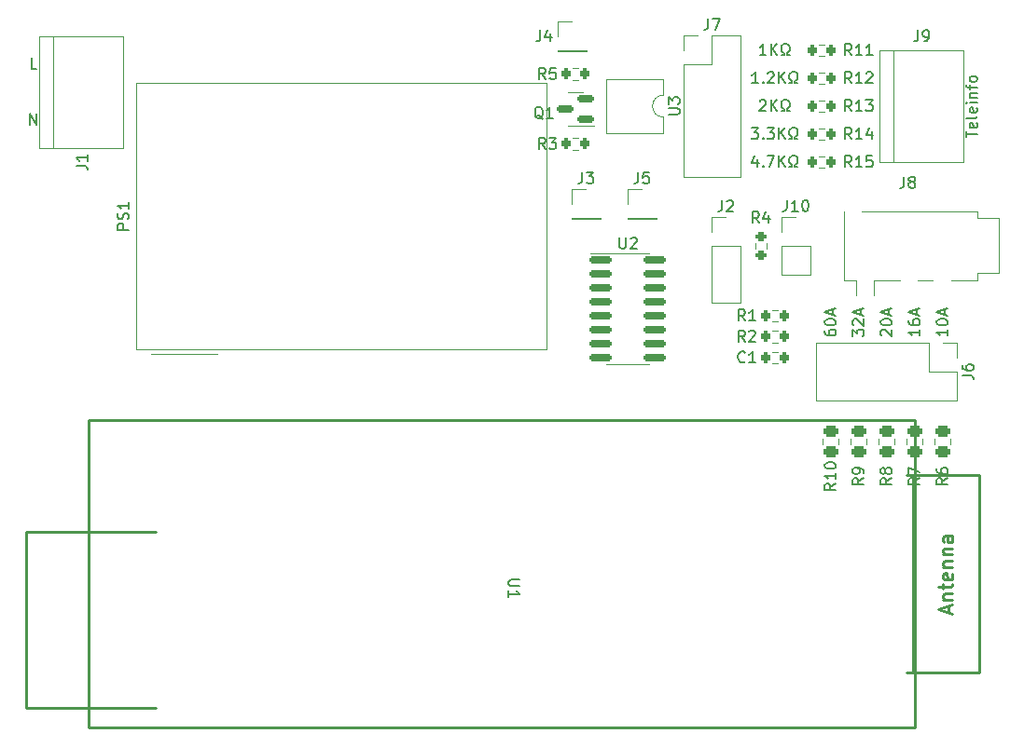
<source format=gto>
G04 #@! TF.GenerationSoftware,KiCad,Pcbnew,(6.0.0-0)*
G04 #@! TF.CreationDate,2022-10-12T14:44:47+02:00*
G04 #@! TF.ProjectId,prototype-2,70726f74-6f74-4797-9065-2d322e6b6963,rev?*
G04 #@! TF.SameCoordinates,Original*
G04 #@! TF.FileFunction,Legend,Top*
G04 #@! TF.FilePolarity,Positive*
%FSLAX46Y46*%
G04 Gerber Fmt 4.6, Leading zero omitted, Abs format (unit mm)*
G04 Created by KiCad (PCBNEW (6.0.0-0)) date 2022-10-12 14:44:47*
%MOMM*%
%LPD*%
G01*
G04 APERTURE LIST*
G04 Aperture macros list*
%AMRoundRect*
0 Rectangle with rounded corners*
0 $1 Rounding radius*
0 $2 $3 $4 $5 $6 $7 $8 $9 X,Y pos of 4 corners*
0 Add a 4 corners polygon primitive as box body*
4,1,4,$2,$3,$4,$5,$6,$7,$8,$9,$2,$3,0*
0 Add four circle primitives for the rounded corners*
1,1,$1+$1,$2,$3*
1,1,$1+$1,$4,$5*
1,1,$1+$1,$6,$7*
1,1,$1+$1,$8,$9*
0 Add four rect primitives between the rounded corners*
20,1,$1+$1,$2,$3,$4,$5,0*
20,1,$1+$1,$4,$5,$6,$7,0*
20,1,$1+$1,$6,$7,$8,$9,0*
20,1,$1+$1,$8,$9,$2,$3,0*%
G04 Aperture macros list end*
%ADD10C,0.150000*%
%ADD11C,0.254000*%
%ADD12C,0.120000*%
%ADD13RoundRect,0.250000X0.450000X-0.262500X0.450000X0.262500X-0.450000X0.262500X-0.450000X-0.262500X0*%
%ADD14R,1.700000X1.700000*%
%ADD15O,1.700000X1.700000*%
%ADD16R,1.780000X2.000000*%
%ADD17RoundRect,0.200000X0.200000X0.275000X-0.200000X0.275000X-0.200000X-0.275000X0.200000X-0.275000X0*%
%ADD18R,1.778000X1.778000*%
%ADD19C,1.778000*%
%ADD20C,1.500000*%
%ADD21R,1.200000X2.500000*%
%ADD22RoundRect,0.200000X0.275000X-0.200000X0.275000X0.200000X-0.275000X0.200000X-0.275000X-0.200000X0*%
%ADD23R,2.000000X2.300000*%
%ADD24C,2.300000*%
%ADD25RoundRect,0.200000X-0.200000X-0.275000X0.200000X-0.275000X0.200000X0.275000X-0.200000X0.275000X0*%
%ADD26RoundRect,0.150000X0.587500X0.150000X-0.587500X0.150000X-0.587500X-0.150000X0.587500X-0.150000X0*%
%ADD27R,3.000000X3.000000*%
%ADD28C,3.000000*%
%ADD29RoundRect,0.150000X-0.825000X-0.150000X0.825000X-0.150000X0.825000X0.150000X-0.825000X0.150000X0*%
G04 APERTURE END LIST*
D10*
X173029761Y-64555714D02*
X173029761Y-65222380D01*
X172791666Y-64174761D02*
X172553571Y-64889047D01*
X173172619Y-64889047D01*
X173553571Y-65127142D02*
X173601190Y-65174761D01*
X173553571Y-65222380D01*
X173505952Y-65174761D01*
X173553571Y-65127142D01*
X173553571Y-65222380D01*
X173934523Y-64222380D02*
X174601190Y-64222380D01*
X174172619Y-65222380D01*
X174982142Y-65222380D02*
X174982142Y-64222380D01*
X175553571Y-65222380D02*
X175125000Y-64650952D01*
X175553571Y-64222380D02*
X174982142Y-64793809D01*
X175934523Y-65222380D02*
X176172619Y-65222380D01*
X176172619Y-65031904D01*
X176077380Y-64984285D01*
X175982142Y-64889047D01*
X175934523Y-64746190D01*
X175934523Y-64508095D01*
X175982142Y-64365238D01*
X176077380Y-64270000D01*
X176220238Y-64222380D01*
X176410714Y-64222380D01*
X176553571Y-64270000D01*
X176648809Y-64365238D01*
X176696428Y-64508095D01*
X176696428Y-64746190D01*
X176648809Y-64889047D01*
X176553571Y-64984285D01*
X176458333Y-65031904D01*
X176458333Y-65222380D01*
X176696428Y-65222380D01*
X173125000Y-57602380D02*
X172553571Y-57602380D01*
X172839285Y-57602380D02*
X172839285Y-56602380D01*
X172744047Y-56745238D01*
X172648809Y-56840476D01*
X172553571Y-56888095D01*
X173553571Y-57507142D02*
X173601190Y-57554761D01*
X173553571Y-57602380D01*
X173505952Y-57554761D01*
X173553571Y-57507142D01*
X173553571Y-57602380D01*
X173982142Y-56697619D02*
X174029761Y-56650000D01*
X174125000Y-56602380D01*
X174363095Y-56602380D01*
X174458333Y-56650000D01*
X174505952Y-56697619D01*
X174553571Y-56792857D01*
X174553571Y-56888095D01*
X174505952Y-57030952D01*
X173934523Y-57602380D01*
X174553571Y-57602380D01*
X174982142Y-57602380D02*
X174982142Y-56602380D01*
X175553571Y-57602380D02*
X175125000Y-57030952D01*
X175553571Y-56602380D02*
X174982142Y-57173809D01*
X175934523Y-57602380D02*
X176172619Y-57602380D01*
X176172619Y-57411904D01*
X176077380Y-57364285D01*
X175982142Y-57269047D01*
X175934523Y-57126190D01*
X175934523Y-56888095D01*
X175982142Y-56745238D01*
X176077380Y-56650000D01*
X176220238Y-56602380D01*
X176410714Y-56602380D01*
X176553571Y-56650000D01*
X176648809Y-56745238D01*
X176696428Y-56888095D01*
X176696428Y-57126190D01*
X176648809Y-57269047D01*
X176553571Y-57364285D01*
X176458333Y-57411904D01*
X176458333Y-57602380D01*
X176696428Y-57602380D01*
X107624523Y-56332380D02*
X107148333Y-56332380D01*
X107148333Y-55332380D01*
X190317380Y-79994047D02*
X190317380Y-80565476D01*
X190317380Y-80279761D02*
X189317380Y-80279761D01*
X189460238Y-80375000D01*
X189555476Y-80470238D01*
X189603095Y-80565476D01*
X189317380Y-79375000D02*
X189317380Y-79279761D01*
X189365000Y-79184523D01*
X189412619Y-79136904D01*
X189507857Y-79089285D01*
X189698333Y-79041666D01*
X189936428Y-79041666D01*
X190126904Y-79089285D01*
X190222142Y-79136904D01*
X190269761Y-79184523D01*
X190317380Y-79279761D01*
X190317380Y-79375000D01*
X190269761Y-79470238D01*
X190222142Y-79517857D01*
X190126904Y-79565476D01*
X189936428Y-79613095D01*
X189698333Y-79613095D01*
X189507857Y-79565476D01*
X189412619Y-79517857D01*
X189365000Y-79470238D01*
X189317380Y-79375000D01*
X190031666Y-78660714D02*
X190031666Y-78184523D01*
X190317380Y-78755952D02*
X189317380Y-78422619D01*
X190317380Y-78089285D01*
X173839285Y-55062380D02*
X173267857Y-55062380D01*
X173553571Y-55062380D02*
X173553571Y-54062380D01*
X173458333Y-54205238D01*
X173363095Y-54300476D01*
X173267857Y-54348095D01*
X174267857Y-55062380D02*
X174267857Y-54062380D01*
X174839285Y-55062380D02*
X174410714Y-54490952D01*
X174839285Y-54062380D02*
X174267857Y-54633809D01*
X175220238Y-55062380D02*
X175458333Y-55062380D01*
X175458333Y-54871904D01*
X175363095Y-54824285D01*
X175267857Y-54729047D01*
X175220238Y-54586190D01*
X175220238Y-54348095D01*
X175267857Y-54205238D01*
X175363095Y-54110000D01*
X175505952Y-54062380D01*
X175696428Y-54062380D01*
X175839285Y-54110000D01*
X175934523Y-54205238D01*
X175982142Y-54348095D01*
X175982142Y-54586190D01*
X175934523Y-54729047D01*
X175839285Y-54824285D01*
X175744047Y-54871904D01*
X175744047Y-55062380D01*
X175982142Y-55062380D01*
X184332619Y-80565476D02*
X184285000Y-80517857D01*
X184237380Y-80422619D01*
X184237380Y-80184523D01*
X184285000Y-80089285D01*
X184332619Y-80041666D01*
X184427857Y-79994047D01*
X184523095Y-79994047D01*
X184665952Y-80041666D01*
X185237380Y-80613095D01*
X185237380Y-79994047D01*
X184237380Y-79375000D02*
X184237380Y-79279761D01*
X184285000Y-79184523D01*
X184332619Y-79136904D01*
X184427857Y-79089285D01*
X184618333Y-79041666D01*
X184856428Y-79041666D01*
X185046904Y-79089285D01*
X185142142Y-79136904D01*
X185189761Y-79184523D01*
X185237380Y-79279761D01*
X185237380Y-79375000D01*
X185189761Y-79470238D01*
X185142142Y-79517857D01*
X185046904Y-79565476D01*
X184856428Y-79613095D01*
X184618333Y-79613095D01*
X184427857Y-79565476D01*
X184332619Y-79517857D01*
X184285000Y-79470238D01*
X184237380Y-79375000D01*
X184951666Y-78660714D02*
X184951666Y-78184523D01*
X185237380Y-78755952D02*
X184237380Y-78422619D01*
X185237380Y-78089285D01*
X187777380Y-79994047D02*
X187777380Y-80565476D01*
X187777380Y-80279761D02*
X186777380Y-80279761D01*
X186920238Y-80375000D01*
X187015476Y-80470238D01*
X187063095Y-80565476D01*
X186777380Y-79136904D02*
X186777380Y-79327380D01*
X186825000Y-79422619D01*
X186872619Y-79470238D01*
X187015476Y-79565476D01*
X187205952Y-79613095D01*
X187586904Y-79613095D01*
X187682142Y-79565476D01*
X187729761Y-79517857D01*
X187777380Y-79422619D01*
X187777380Y-79232142D01*
X187729761Y-79136904D01*
X187682142Y-79089285D01*
X187586904Y-79041666D01*
X187348809Y-79041666D01*
X187253571Y-79089285D01*
X187205952Y-79136904D01*
X187158333Y-79232142D01*
X187158333Y-79422619D01*
X187205952Y-79517857D01*
X187253571Y-79565476D01*
X187348809Y-79613095D01*
X187491666Y-78660714D02*
X187491666Y-78184523D01*
X187777380Y-78755952D02*
X186777380Y-78422619D01*
X187777380Y-78089285D01*
X173267857Y-59237619D02*
X173315476Y-59190000D01*
X173410714Y-59142380D01*
X173648809Y-59142380D01*
X173744047Y-59190000D01*
X173791666Y-59237619D01*
X173839285Y-59332857D01*
X173839285Y-59428095D01*
X173791666Y-59570952D01*
X173220238Y-60142380D01*
X173839285Y-60142380D01*
X174267857Y-60142380D02*
X174267857Y-59142380D01*
X174839285Y-60142380D02*
X174410714Y-59570952D01*
X174839285Y-59142380D02*
X174267857Y-59713809D01*
X175220238Y-60142380D02*
X175458333Y-60142380D01*
X175458333Y-59951904D01*
X175363095Y-59904285D01*
X175267857Y-59809047D01*
X175220238Y-59666190D01*
X175220238Y-59428095D01*
X175267857Y-59285238D01*
X175363095Y-59190000D01*
X175505952Y-59142380D01*
X175696428Y-59142380D01*
X175839285Y-59190000D01*
X175934523Y-59285238D01*
X175982142Y-59428095D01*
X175982142Y-59666190D01*
X175934523Y-59809047D01*
X175839285Y-59904285D01*
X175744047Y-59951904D01*
X175744047Y-60142380D01*
X175982142Y-60142380D01*
X179157380Y-80089285D02*
X179157380Y-80279761D01*
X179205000Y-80375000D01*
X179252619Y-80422619D01*
X179395476Y-80517857D01*
X179585952Y-80565476D01*
X179966904Y-80565476D01*
X180062142Y-80517857D01*
X180109761Y-80470238D01*
X180157380Y-80375000D01*
X180157380Y-80184523D01*
X180109761Y-80089285D01*
X180062142Y-80041666D01*
X179966904Y-79994047D01*
X179728809Y-79994047D01*
X179633571Y-80041666D01*
X179585952Y-80089285D01*
X179538333Y-80184523D01*
X179538333Y-80375000D01*
X179585952Y-80470238D01*
X179633571Y-80517857D01*
X179728809Y-80565476D01*
X179157380Y-79375000D02*
X179157380Y-79279761D01*
X179205000Y-79184523D01*
X179252619Y-79136904D01*
X179347857Y-79089285D01*
X179538333Y-79041666D01*
X179776428Y-79041666D01*
X179966904Y-79089285D01*
X180062142Y-79136904D01*
X180109761Y-79184523D01*
X180157380Y-79279761D01*
X180157380Y-79375000D01*
X180109761Y-79470238D01*
X180062142Y-79517857D01*
X179966904Y-79565476D01*
X179776428Y-79613095D01*
X179538333Y-79613095D01*
X179347857Y-79565476D01*
X179252619Y-79517857D01*
X179205000Y-79470238D01*
X179157380Y-79375000D01*
X179871666Y-78660714D02*
X179871666Y-78184523D01*
X180157380Y-78755952D02*
X179157380Y-78422619D01*
X180157380Y-78089285D01*
X172505952Y-61682380D02*
X173125000Y-61682380D01*
X172791666Y-62063333D01*
X172934523Y-62063333D01*
X173029761Y-62110952D01*
X173077380Y-62158571D01*
X173125000Y-62253809D01*
X173125000Y-62491904D01*
X173077380Y-62587142D01*
X173029761Y-62634761D01*
X172934523Y-62682380D01*
X172648809Y-62682380D01*
X172553571Y-62634761D01*
X172505952Y-62587142D01*
X173553571Y-62587142D02*
X173601190Y-62634761D01*
X173553571Y-62682380D01*
X173505952Y-62634761D01*
X173553571Y-62587142D01*
X173553571Y-62682380D01*
X173934523Y-61682380D02*
X174553571Y-61682380D01*
X174220238Y-62063333D01*
X174363095Y-62063333D01*
X174458333Y-62110952D01*
X174505952Y-62158571D01*
X174553571Y-62253809D01*
X174553571Y-62491904D01*
X174505952Y-62587142D01*
X174458333Y-62634761D01*
X174363095Y-62682380D01*
X174077380Y-62682380D01*
X173982142Y-62634761D01*
X173934523Y-62587142D01*
X174982142Y-62682380D02*
X174982142Y-61682380D01*
X175553571Y-62682380D02*
X175125000Y-62110952D01*
X175553571Y-61682380D02*
X174982142Y-62253809D01*
X175934523Y-62682380D02*
X176172619Y-62682380D01*
X176172619Y-62491904D01*
X176077380Y-62444285D01*
X175982142Y-62349047D01*
X175934523Y-62206190D01*
X175934523Y-61968095D01*
X175982142Y-61825238D01*
X176077380Y-61730000D01*
X176220238Y-61682380D01*
X176410714Y-61682380D01*
X176553571Y-61730000D01*
X176648809Y-61825238D01*
X176696428Y-61968095D01*
X176696428Y-62206190D01*
X176648809Y-62349047D01*
X176553571Y-62444285D01*
X176458333Y-62491904D01*
X176458333Y-62682380D01*
X176696428Y-62682380D01*
X191992380Y-62523333D02*
X191992380Y-61951904D01*
X192992380Y-62237619D02*
X191992380Y-62237619D01*
X192944761Y-61237619D02*
X192992380Y-61332857D01*
X192992380Y-61523333D01*
X192944761Y-61618571D01*
X192849523Y-61666190D01*
X192468571Y-61666190D01*
X192373333Y-61618571D01*
X192325714Y-61523333D01*
X192325714Y-61332857D01*
X192373333Y-61237619D01*
X192468571Y-61190000D01*
X192563809Y-61190000D01*
X192659047Y-61666190D01*
X192992380Y-60618571D02*
X192944761Y-60713809D01*
X192849523Y-60761428D01*
X191992380Y-60761428D01*
X192944761Y-59856666D02*
X192992380Y-59951904D01*
X192992380Y-60142380D01*
X192944761Y-60237619D01*
X192849523Y-60285238D01*
X192468571Y-60285238D01*
X192373333Y-60237619D01*
X192325714Y-60142380D01*
X192325714Y-59951904D01*
X192373333Y-59856666D01*
X192468571Y-59809047D01*
X192563809Y-59809047D01*
X192659047Y-60285238D01*
X192992380Y-59380476D02*
X192325714Y-59380476D01*
X191992380Y-59380476D02*
X192040000Y-59428095D01*
X192087619Y-59380476D01*
X192040000Y-59332857D01*
X191992380Y-59380476D01*
X192087619Y-59380476D01*
X192325714Y-58904285D02*
X192992380Y-58904285D01*
X192420952Y-58904285D02*
X192373333Y-58856666D01*
X192325714Y-58761428D01*
X192325714Y-58618571D01*
X192373333Y-58523333D01*
X192468571Y-58475714D01*
X192992380Y-58475714D01*
X192325714Y-58142380D02*
X192325714Y-57761428D01*
X192992380Y-57999523D02*
X192135238Y-57999523D01*
X192040000Y-57951904D01*
X191992380Y-57856666D01*
X191992380Y-57761428D01*
X192992380Y-57285238D02*
X192944761Y-57380476D01*
X192897142Y-57428095D01*
X192801904Y-57475714D01*
X192516190Y-57475714D01*
X192420952Y-57428095D01*
X192373333Y-57380476D01*
X192325714Y-57285238D01*
X192325714Y-57142380D01*
X192373333Y-57047142D01*
X192420952Y-56999523D01*
X192516190Y-56951904D01*
X192801904Y-56951904D01*
X192897142Y-56999523D01*
X192944761Y-57047142D01*
X192992380Y-57142380D01*
X192992380Y-57285238D01*
X107029285Y-61412380D02*
X107029285Y-60412380D01*
X107600714Y-61412380D01*
X107600714Y-60412380D01*
X181697380Y-80613095D02*
X181697380Y-79994047D01*
X182078333Y-80327380D01*
X182078333Y-80184523D01*
X182125952Y-80089285D01*
X182173571Y-80041666D01*
X182268809Y-79994047D01*
X182506904Y-79994047D01*
X182602142Y-80041666D01*
X182649761Y-80089285D01*
X182697380Y-80184523D01*
X182697380Y-80470238D01*
X182649761Y-80565476D01*
X182602142Y-80613095D01*
X181792619Y-79613095D02*
X181745000Y-79565476D01*
X181697380Y-79470238D01*
X181697380Y-79232142D01*
X181745000Y-79136904D01*
X181792619Y-79089285D01*
X181887857Y-79041666D01*
X181983095Y-79041666D01*
X182125952Y-79089285D01*
X182697380Y-79660714D01*
X182697380Y-79041666D01*
X182411666Y-78660714D02*
X182411666Y-78184523D01*
X182697380Y-78755952D02*
X181697380Y-78422619D01*
X182697380Y-78089285D01*
X190317380Y-93511666D02*
X189841190Y-93845000D01*
X190317380Y-94083095D02*
X189317380Y-94083095D01*
X189317380Y-93702142D01*
X189365000Y-93606904D01*
X189412619Y-93559285D01*
X189507857Y-93511666D01*
X189650714Y-93511666D01*
X189745952Y-93559285D01*
X189793571Y-93606904D01*
X189841190Y-93702142D01*
X189841190Y-94083095D01*
X189317380Y-92654523D02*
X189317380Y-92845000D01*
X189365000Y-92940238D01*
X189412619Y-92987857D01*
X189555476Y-93083095D01*
X189745952Y-93130714D01*
X190126904Y-93130714D01*
X190222142Y-93083095D01*
X190269761Y-93035476D01*
X190317380Y-92940238D01*
X190317380Y-92749761D01*
X190269761Y-92654523D01*
X190222142Y-92606904D01*
X190126904Y-92559285D01*
X189888809Y-92559285D01*
X189793571Y-92606904D01*
X189745952Y-92654523D01*
X189698333Y-92749761D01*
X189698333Y-92940238D01*
X189745952Y-93035476D01*
X189793571Y-93083095D01*
X189888809Y-93130714D01*
X175720476Y-68237380D02*
X175720476Y-68951666D01*
X175672857Y-69094523D01*
X175577619Y-69189761D01*
X175434761Y-69237380D01*
X175339523Y-69237380D01*
X176720476Y-69237380D02*
X176149047Y-69237380D01*
X176434761Y-69237380D02*
X176434761Y-68237380D01*
X176339523Y-68380238D01*
X176244285Y-68475476D01*
X176149047Y-68523095D01*
X177339523Y-68237380D02*
X177434761Y-68237380D01*
X177530000Y-68285000D01*
X177577619Y-68332619D01*
X177625238Y-68427857D01*
X177672857Y-68618333D01*
X177672857Y-68856428D01*
X177625238Y-69046904D01*
X177577619Y-69142142D01*
X177530000Y-69189761D01*
X177434761Y-69237380D01*
X177339523Y-69237380D01*
X177244285Y-69189761D01*
X177196666Y-69142142D01*
X177149047Y-69046904D01*
X177101428Y-68856428D01*
X177101428Y-68618333D01*
X177149047Y-68427857D01*
X177196666Y-68332619D01*
X177244285Y-68285000D01*
X177339523Y-68237380D01*
X187777380Y-93511666D02*
X187301190Y-93845000D01*
X187777380Y-94083095D02*
X186777380Y-94083095D01*
X186777380Y-93702142D01*
X186825000Y-93606904D01*
X186872619Y-93559285D01*
X186967857Y-93511666D01*
X187110714Y-93511666D01*
X187205952Y-93559285D01*
X187253571Y-93606904D01*
X187301190Y-93702142D01*
X187301190Y-94083095D01*
X186777380Y-93178333D02*
X186777380Y-92511666D01*
X187777380Y-92940238D01*
X153336666Y-52792380D02*
X153336666Y-53506666D01*
X153289047Y-53649523D01*
X153193809Y-53744761D01*
X153050952Y-53792380D01*
X152955714Y-53792380D01*
X154241428Y-53125714D02*
X154241428Y-53792380D01*
X154003333Y-52744761D02*
X153765238Y-53459047D01*
X154384285Y-53459047D01*
X164977380Y-60451904D02*
X165786904Y-60451904D01*
X165882142Y-60404285D01*
X165929761Y-60356666D01*
X165977380Y-60261428D01*
X165977380Y-60070952D01*
X165929761Y-59975714D01*
X165882142Y-59928095D01*
X165786904Y-59880476D01*
X164977380Y-59880476D01*
X164977380Y-59499523D02*
X164977380Y-58880476D01*
X165358333Y-59213809D01*
X165358333Y-59070952D01*
X165405952Y-58975714D01*
X165453571Y-58928095D01*
X165548809Y-58880476D01*
X165786904Y-58880476D01*
X165882142Y-58928095D01*
X165929761Y-58975714D01*
X165977380Y-59070952D01*
X165977380Y-59356666D01*
X165929761Y-59451904D01*
X165882142Y-59499523D01*
X168576666Y-51732380D02*
X168576666Y-52446666D01*
X168529047Y-52589523D01*
X168433809Y-52684761D01*
X168290952Y-52732380D01*
X168195714Y-52732380D01*
X168957619Y-51732380D02*
X169624285Y-51732380D01*
X169195714Y-52732380D01*
X181602142Y-60142380D02*
X181268809Y-59666190D01*
X181030714Y-60142380D02*
X181030714Y-59142380D01*
X181411666Y-59142380D01*
X181506904Y-59190000D01*
X181554523Y-59237619D01*
X181602142Y-59332857D01*
X181602142Y-59475714D01*
X181554523Y-59570952D01*
X181506904Y-59618571D01*
X181411666Y-59666190D01*
X181030714Y-59666190D01*
X182554523Y-60142380D02*
X181983095Y-60142380D01*
X182268809Y-60142380D02*
X182268809Y-59142380D01*
X182173571Y-59285238D01*
X182078333Y-59380476D01*
X181983095Y-59428095D01*
X182887857Y-59142380D02*
X183506904Y-59142380D01*
X183173571Y-59523333D01*
X183316428Y-59523333D01*
X183411666Y-59570952D01*
X183459285Y-59618571D01*
X183506904Y-59713809D01*
X183506904Y-59951904D01*
X183459285Y-60047142D01*
X183411666Y-60094761D01*
X183316428Y-60142380D01*
X183030714Y-60142380D01*
X182935476Y-60094761D01*
X182887857Y-60047142D01*
X181602142Y-62682380D02*
X181268809Y-62206190D01*
X181030714Y-62682380D02*
X181030714Y-61682380D01*
X181411666Y-61682380D01*
X181506904Y-61730000D01*
X181554523Y-61777619D01*
X181602142Y-61872857D01*
X181602142Y-62015714D01*
X181554523Y-62110952D01*
X181506904Y-62158571D01*
X181411666Y-62206190D01*
X181030714Y-62206190D01*
X182554523Y-62682380D02*
X181983095Y-62682380D01*
X182268809Y-62682380D02*
X182268809Y-61682380D01*
X182173571Y-61825238D01*
X182078333Y-61920476D01*
X181983095Y-61968095D01*
X183411666Y-62015714D02*
X183411666Y-62682380D01*
X183173571Y-61634761D02*
X182935476Y-62349047D01*
X183554523Y-62349047D01*
X171918333Y-79192380D02*
X171585000Y-78716190D01*
X171346904Y-79192380D02*
X171346904Y-78192380D01*
X171727857Y-78192380D01*
X171823095Y-78240000D01*
X171870714Y-78287619D01*
X171918333Y-78382857D01*
X171918333Y-78525714D01*
X171870714Y-78620952D01*
X171823095Y-78668571D01*
X171727857Y-78716190D01*
X171346904Y-78716190D01*
X172870714Y-79192380D02*
X172299285Y-79192380D01*
X172585000Y-79192380D02*
X172585000Y-78192380D01*
X172489761Y-78335238D01*
X172394523Y-78430476D01*
X172299285Y-78478095D01*
X151472619Y-102743095D02*
X150663095Y-102743095D01*
X150567857Y-102790714D01*
X150520238Y-102838333D01*
X150472619Y-102933571D01*
X150472619Y-103124047D01*
X150520238Y-103219285D01*
X150567857Y-103266904D01*
X150663095Y-103314523D01*
X151472619Y-103314523D01*
X150472619Y-104314523D02*
X150472619Y-103743095D01*
X150472619Y-104028809D02*
X151472619Y-104028809D01*
X151329761Y-103933571D01*
X151234523Y-103838333D01*
X151186904Y-103743095D01*
D11*
X190401666Y-105702619D02*
X190401666Y-105097857D01*
X190764523Y-105823571D02*
X189494523Y-105400238D01*
X190764523Y-104976904D01*
X189917857Y-104553571D02*
X190764523Y-104553571D01*
X190038809Y-104553571D02*
X189978333Y-104493095D01*
X189917857Y-104372142D01*
X189917857Y-104190714D01*
X189978333Y-104069761D01*
X190099285Y-104009285D01*
X190764523Y-104009285D01*
X189917857Y-103585952D02*
X189917857Y-103102142D01*
X189494523Y-103404523D02*
X190583095Y-103404523D01*
X190704047Y-103344047D01*
X190764523Y-103223095D01*
X190764523Y-103102142D01*
X190704047Y-102195000D02*
X190764523Y-102315952D01*
X190764523Y-102557857D01*
X190704047Y-102678809D01*
X190583095Y-102739285D01*
X190099285Y-102739285D01*
X189978333Y-102678809D01*
X189917857Y-102557857D01*
X189917857Y-102315952D01*
X189978333Y-102195000D01*
X190099285Y-102134523D01*
X190220238Y-102134523D01*
X190341190Y-102739285D01*
X189917857Y-101590238D02*
X190764523Y-101590238D01*
X190038809Y-101590238D02*
X189978333Y-101529761D01*
X189917857Y-101408809D01*
X189917857Y-101227380D01*
X189978333Y-101106428D01*
X190099285Y-101045952D01*
X190764523Y-101045952D01*
X189917857Y-100441190D02*
X190764523Y-100441190D01*
X190038809Y-100441190D02*
X189978333Y-100380714D01*
X189917857Y-100259761D01*
X189917857Y-100078333D01*
X189978333Y-99957380D01*
X190099285Y-99896904D01*
X190764523Y-99896904D01*
X190764523Y-98747857D02*
X190099285Y-98747857D01*
X189978333Y-98808333D01*
X189917857Y-98929285D01*
X189917857Y-99171190D01*
X189978333Y-99292142D01*
X190704047Y-98747857D02*
X190764523Y-98868809D01*
X190764523Y-99171190D01*
X190704047Y-99292142D01*
X190583095Y-99352619D01*
X190462142Y-99352619D01*
X190341190Y-99292142D01*
X190280714Y-99171190D01*
X190280714Y-98868809D01*
X190220238Y-98747857D01*
D10*
X186356666Y-66127380D02*
X186356666Y-66841666D01*
X186309047Y-66984523D01*
X186213809Y-67079761D01*
X186070952Y-67127380D01*
X185975714Y-67127380D01*
X186975714Y-66555952D02*
X186880476Y-66508333D01*
X186832857Y-66460714D01*
X186785238Y-66365476D01*
X186785238Y-66317857D01*
X186832857Y-66222619D01*
X186880476Y-66175000D01*
X186975714Y-66127380D01*
X187166190Y-66127380D01*
X187261428Y-66175000D01*
X187309047Y-66222619D01*
X187356666Y-66317857D01*
X187356666Y-66365476D01*
X187309047Y-66460714D01*
X187261428Y-66508333D01*
X187166190Y-66555952D01*
X186975714Y-66555952D01*
X186880476Y-66603571D01*
X186832857Y-66651190D01*
X186785238Y-66746428D01*
X186785238Y-66936904D01*
X186832857Y-67032142D01*
X186880476Y-67079761D01*
X186975714Y-67127380D01*
X187166190Y-67127380D01*
X187261428Y-67079761D01*
X187309047Y-67032142D01*
X187356666Y-66936904D01*
X187356666Y-66746428D01*
X187309047Y-66651190D01*
X187261428Y-66603571D01*
X187166190Y-66555952D01*
X173188333Y-70302380D02*
X172855000Y-69826190D01*
X172616904Y-70302380D02*
X172616904Y-69302380D01*
X172997857Y-69302380D01*
X173093095Y-69350000D01*
X173140714Y-69397619D01*
X173188333Y-69492857D01*
X173188333Y-69635714D01*
X173140714Y-69730952D01*
X173093095Y-69778571D01*
X172997857Y-69826190D01*
X172616904Y-69826190D01*
X174045476Y-69635714D02*
X174045476Y-70302380D01*
X173807380Y-69254761D02*
X173569285Y-69969047D01*
X174188333Y-69969047D01*
X162226666Y-65702380D02*
X162226666Y-66416666D01*
X162179047Y-66559523D01*
X162083809Y-66654761D01*
X161940952Y-66702380D01*
X161845714Y-66702380D01*
X163179047Y-65702380D02*
X162702857Y-65702380D01*
X162655238Y-66178571D01*
X162702857Y-66130952D01*
X162798095Y-66083333D01*
X163036190Y-66083333D01*
X163131428Y-66130952D01*
X163179047Y-66178571D01*
X163226666Y-66273809D01*
X163226666Y-66511904D01*
X163179047Y-66607142D01*
X163131428Y-66654761D01*
X163036190Y-66702380D01*
X162798095Y-66702380D01*
X162702857Y-66654761D01*
X162655238Y-66607142D01*
X115967380Y-70921785D02*
X114967380Y-70921785D01*
X114967380Y-70540833D01*
X115015000Y-70445595D01*
X115062619Y-70397976D01*
X115157857Y-70350357D01*
X115300714Y-70350357D01*
X115395952Y-70397976D01*
X115443571Y-70445595D01*
X115491190Y-70540833D01*
X115491190Y-70921785D01*
X115919761Y-69969404D02*
X115967380Y-69826547D01*
X115967380Y-69588452D01*
X115919761Y-69493214D01*
X115872142Y-69445595D01*
X115776904Y-69397976D01*
X115681666Y-69397976D01*
X115586428Y-69445595D01*
X115538809Y-69493214D01*
X115491190Y-69588452D01*
X115443571Y-69778928D01*
X115395952Y-69874166D01*
X115348333Y-69921785D01*
X115253095Y-69969404D01*
X115157857Y-69969404D01*
X115062619Y-69921785D01*
X115015000Y-69874166D01*
X114967380Y-69778928D01*
X114967380Y-69540833D01*
X115015000Y-69397976D01*
X115967380Y-68445595D02*
X115967380Y-69017023D01*
X115967380Y-68731309D02*
X114967380Y-68731309D01*
X115110238Y-68826547D01*
X115205476Y-68921785D01*
X115253095Y-69017023D01*
X153805833Y-57228630D02*
X153472500Y-56752440D01*
X153234404Y-57228630D02*
X153234404Y-56228630D01*
X153615357Y-56228630D01*
X153710595Y-56276250D01*
X153758214Y-56323869D01*
X153805833Y-56419107D01*
X153805833Y-56561964D01*
X153758214Y-56657202D01*
X153710595Y-56704821D01*
X153615357Y-56752440D01*
X153234404Y-56752440D01*
X154710595Y-56228630D02*
X154234404Y-56228630D01*
X154186785Y-56704821D01*
X154234404Y-56657202D01*
X154329642Y-56609583D01*
X154567738Y-56609583D01*
X154662976Y-56657202D01*
X154710595Y-56704821D01*
X154758214Y-56800059D01*
X154758214Y-57038154D01*
X154710595Y-57133392D01*
X154662976Y-57181011D01*
X154567738Y-57228630D01*
X154329642Y-57228630D01*
X154234404Y-57181011D01*
X154186785Y-57133392D01*
X191647380Y-84153333D02*
X192361666Y-84153333D01*
X192504523Y-84200952D01*
X192599761Y-84296190D01*
X192647380Y-84439047D01*
X192647380Y-84534285D01*
X191647380Y-83248571D02*
X191647380Y-83439047D01*
X191695000Y-83534285D01*
X191742619Y-83581904D01*
X191885476Y-83677142D01*
X192075952Y-83724761D01*
X192456904Y-83724761D01*
X192552142Y-83677142D01*
X192599761Y-83629523D01*
X192647380Y-83534285D01*
X192647380Y-83343809D01*
X192599761Y-83248571D01*
X192552142Y-83200952D01*
X192456904Y-83153333D01*
X192218809Y-83153333D01*
X192123571Y-83200952D01*
X192075952Y-83248571D01*
X192028333Y-83343809D01*
X192028333Y-83534285D01*
X192075952Y-83629523D01*
X192123571Y-83677142D01*
X192218809Y-83724761D01*
X181602142Y-65222380D02*
X181268809Y-64746190D01*
X181030714Y-65222380D02*
X181030714Y-64222380D01*
X181411666Y-64222380D01*
X181506904Y-64270000D01*
X181554523Y-64317619D01*
X181602142Y-64412857D01*
X181602142Y-64555714D01*
X181554523Y-64650952D01*
X181506904Y-64698571D01*
X181411666Y-64746190D01*
X181030714Y-64746190D01*
X182554523Y-65222380D02*
X181983095Y-65222380D01*
X182268809Y-65222380D02*
X182268809Y-64222380D01*
X182173571Y-64365238D01*
X182078333Y-64460476D01*
X181983095Y-64508095D01*
X183459285Y-64222380D02*
X182983095Y-64222380D01*
X182935476Y-64698571D01*
X182983095Y-64650952D01*
X183078333Y-64603333D01*
X183316428Y-64603333D01*
X183411666Y-64650952D01*
X183459285Y-64698571D01*
X183506904Y-64793809D01*
X183506904Y-65031904D01*
X183459285Y-65127142D01*
X183411666Y-65174761D01*
X183316428Y-65222380D01*
X183078333Y-65222380D01*
X182983095Y-65174761D01*
X182935476Y-65127142D01*
X181602142Y-55062380D02*
X181268809Y-54586190D01*
X181030714Y-55062380D02*
X181030714Y-54062380D01*
X181411666Y-54062380D01*
X181506904Y-54110000D01*
X181554523Y-54157619D01*
X181602142Y-54252857D01*
X181602142Y-54395714D01*
X181554523Y-54490952D01*
X181506904Y-54538571D01*
X181411666Y-54586190D01*
X181030714Y-54586190D01*
X182554523Y-55062380D02*
X181983095Y-55062380D01*
X182268809Y-55062380D02*
X182268809Y-54062380D01*
X182173571Y-54205238D01*
X182078333Y-54300476D01*
X181983095Y-54348095D01*
X183506904Y-55062380D02*
X182935476Y-55062380D01*
X183221190Y-55062380D02*
X183221190Y-54062380D01*
X183125952Y-54205238D01*
X183030714Y-54300476D01*
X182935476Y-54348095D01*
X157146666Y-65702380D02*
X157146666Y-66416666D01*
X157099047Y-66559523D01*
X157003809Y-66654761D01*
X156860952Y-66702380D01*
X156765714Y-66702380D01*
X157527619Y-65702380D02*
X158146666Y-65702380D01*
X157813333Y-66083333D01*
X157956190Y-66083333D01*
X158051428Y-66130952D01*
X158099047Y-66178571D01*
X158146666Y-66273809D01*
X158146666Y-66511904D01*
X158099047Y-66607142D01*
X158051428Y-66654761D01*
X157956190Y-66702380D01*
X157670476Y-66702380D01*
X157575238Y-66654761D01*
X157527619Y-66607142D01*
X153805833Y-63578630D02*
X153472500Y-63102440D01*
X153234404Y-63578630D02*
X153234404Y-62578630D01*
X153615357Y-62578630D01*
X153710595Y-62626250D01*
X153758214Y-62673869D01*
X153805833Y-62769107D01*
X153805833Y-62911964D01*
X153758214Y-63007202D01*
X153710595Y-63054821D01*
X153615357Y-63102440D01*
X153234404Y-63102440D01*
X154139166Y-62578630D02*
X154758214Y-62578630D01*
X154424880Y-62959583D01*
X154567738Y-62959583D01*
X154662976Y-63007202D01*
X154710595Y-63054821D01*
X154758214Y-63150059D01*
X154758214Y-63388154D01*
X154710595Y-63483392D01*
X154662976Y-63531011D01*
X154567738Y-63578630D01*
X154282023Y-63578630D01*
X154186785Y-63531011D01*
X154139166Y-63483392D01*
X169846666Y-68257380D02*
X169846666Y-68971666D01*
X169799047Y-69114523D01*
X169703809Y-69209761D01*
X169560952Y-69257380D01*
X169465714Y-69257380D01*
X170275238Y-68352619D02*
X170322857Y-68305000D01*
X170418095Y-68257380D01*
X170656190Y-68257380D01*
X170751428Y-68305000D01*
X170799047Y-68352619D01*
X170846666Y-68447857D01*
X170846666Y-68543095D01*
X170799047Y-68685952D01*
X170227619Y-69257380D01*
X170846666Y-69257380D01*
X180157380Y-93987857D02*
X179681190Y-94321190D01*
X180157380Y-94559285D02*
X179157380Y-94559285D01*
X179157380Y-94178333D01*
X179205000Y-94083095D01*
X179252619Y-94035476D01*
X179347857Y-93987857D01*
X179490714Y-93987857D01*
X179585952Y-94035476D01*
X179633571Y-94083095D01*
X179681190Y-94178333D01*
X179681190Y-94559285D01*
X180157380Y-93035476D02*
X180157380Y-93606904D01*
X180157380Y-93321190D02*
X179157380Y-93321190D01*
X179300238Y-93416428D01*
X179395476Y-93511666D01*
X179443095Y-93606904D01*
X179157380Y-92416428D02*
X179157380Y-92321190D01*
X179205000Y-92225952D01*
X179252619Y-92178333D01*
X179347857Y-92130714D01*
X179538333Y-92083095D01*
X179776428Y-92083095D01*
X179966904Y-92130714D01*
X180062142Y-92178333D01*
X180109761Y-92225952D01*
X180157380Y-92321190D01*
X180157380Y-92416428D01*
X180109761Y-92511666D01*
X180062142Y-92559285D01*
X179966904Y-92606904D01*
X179776428Y-92654523D01*
X179538333Y-92654523D01*
X179347857Y-92606904D01*
X179252619Y-92559285D01*
X179205000Y-92511666D01*
X179157380Y-92416428D01*
X153574761Y-60872619D02*
X153479523Y-60825000D01*
X153384285Y-60729761D01*
X153241428Y-60586904D01*
X153146190Y-60539285D01*
X153050952Y-60539285D01*
X153098571Y-60777380D02*
X153003333Y-60729761D01*
X152908095Y-60634523D01*
X152860476Y-60444047D01*
X152860476Y-60110714D01*
X152908095Y-59920238D01*
X153003333Y-59825000D01*
X153098571Y-59777380D01*
X153289047Y-59777380D01*
X153384285Y-59825000D01*
X153479523Y-59920238D01*
X153527142Y-60110714D01*
X153527142Y-60444047D01*
X153479523Y-60634523D01*
X153384285Y-60729761D01*
X153289047Y-60777380D01*
X153098571Y-60777380D01*
X154479523Y-60777380D02*
X153908095Y-60777380D01*
X154193809Y-60777380D02*
X154193809Y-59777380D01*
X154098571Y-59920238D01*
X154003333Y-60015476D01*
X153908095Y-60063095D01*
X181602142Y-57602380D02*
X181268809Y-57126190D01*
X181030714Y-57602380D02*
X181030714Y-56602380D01*
X181411666Y-56602380D01*
X181506904Y-56650000D01*
X181554523Y-56697619D01*
X181602142Y-56792857D01*
X181602142Y-56935714D01*
X181554523Y-57030952D01*
X181506904Y-57078571D01*
X181411666Y-57126190D01*
X181030714Y-57126190D01*
X182554523Y-57602380D02*
X181983095Y-57602380D01*
X182268809Y-57602380D02*
X182268809Y-56602380D01*
X182173571Y-56745238D01*
X182078333Y-56840476D01*
X181983095Y-56888095D01*
X182935476Y-56697619D02*
X182983095Y-56650000D01*
X183078333Y-56602380D01*
X183316428Y-56602380D01*
X183411666Y-56650000D01*
X183459285Y-56697619D01*
X183506904Y-56792857D01*
X183506904Y-56888095D01*
X183459285Y-57030952D01*
X182887857Y-57602380D01*
X183506904Y-57602380D01*
X182697380Y-93511666D02*
X182221190Y-93845000D01*
X182697380Y-94083095D02*
X181697380Y-94083095D01*
X181697380Y-93702142D01*
X181745000Y-93606904D01*
X181792619Y-93559285D01*
X181887857Y-93511666D01*
X182030714Y-93511666D01*
X182125952Y-93559285D01*
X182173571Y-93606904D01*
X182221190Y-93702142D01*
X182221190Y-94083095D01*
X182697380Y-93035476D02*
X182697380Y-92845000D01*
X182649761Y-92749761D01*
X182602142Y-92702142D01*
X182459285Y-92606904D01*
X182268809Y-92559285D01*
X181887857Y-92559285D01*
X181792619Y-92606904D01*
X181745000Y-92654523D01*
X181697380Y-92749761D01*
X181697380Y-92940238D01*
X181745000Y-93035476D01*
X181792619Y-93083095D01*
X181887857Y-93130714D01*
X182125952Y-93130714D01*
X182221190Y-93083095D01*
X182268809Y-93035476D01*
X182316428Y-92940238D01*
X182316428Y-92749761D01*
X182268809Y-92654523D01*
X182221190Y-92606904D01*
X182125952Y-92559285D01*
X171918333Y-82907142D02*
X171870714Y-82954761D01*
X171727857Y-83002380D01*
X171632619Y-83002380D01*
X171489761Y-82954761D01*
X171394523Y-82859523D01*
X171346904Y-82764285D01*
X171299285Y-82573809D01*
X171299285Y-82430952D01*
X171346904Y-82240476D01*
X171394523Y-82145238D01*
X171489761Y-82050000D01*
X171632619Y-82002380D01*
X171727857Y-82002380D01*
X171870714Y-82050000D01*
X171918333Y-82097619D01*
X172870714Y-83002380D02*
X172299285Y-83002380D01*
X172585000Y-83002380D02*
X172585000Y-82002380D01*
X172489761Y-82145238D01*
X172394523Y-82240476D01*
X172299285Y-82288095D01*
X187626666Y-52792380D02*
X187626666Y-53506666D01*
X187579047Y-53649523D01*
X187483809Y-53744761D01*
X187340952Y-53792380D01*
X187245714Y-53792380D01*
X188150476Y-53792380D02*
X188340952Y-53792380D01*
X188436190Y-53744761D01*
X188483809Y-53697142D01*
X188579047Y-53554285D01*
X188626666Y-53363809D01*
X188626666Y-52982857D01*
X188579047Y-52887619D01*
X188531428Y-52840000D01*
X188436190Y-52792380D01*
X188245714Y-52792380D01*
X188150476Y-52840000D01*
X188102857Y-52887619D01*
X188055238Y-52982857D01*
X188055238Y-53220952D01*
X188102857Y-53316190D01*
X188150476Y-53363809D01*
X188245714Y-53411428D01*
X188436190Y-53411428D01*
X188531428Y-53363809D01*
X188579047Y-53316190D01*
X188626666Y-53220952D01*
X171918333Y-81097380D02*
X171585000Y-80621190D01*
X171346904Y-81097380D02*
X171346904Y-80097380D01*
X171727857Y-80097380D01*
X171823095Y-80145000D01*
X171870714Y-80192619D01*
X171918333Y-80287857D01*
X171918333Y-80430714D01*
X171870714Y-80525952D01*
X171823095Y-80573571D01*
X171727857Y-80621190D01*
X171346904Y-80621190D01*
X172299285Y-80192619D02*
X172346904Y-80145000D01*
X172442142Y-80097380D01*
X172680238Y-80097380D01*
X172775476Y-80145000D01*
X172823095Y-80192619D01*
X172870714Y-80287857D01*
X172870714Y-80383095D01*
X172823095Y-80525952D01*
X172251666Y-81097380D01*
X172870714Y-81097380D01*
X185237380Y-93511666D02*
X184761190Y-93845000D01*
X185237380Y-94083095D02*
X184237380Y-94083095D01*
X184237380Y-93702142D01*
X184285000Y-93606904D01*
X184332619Y-93559285D01*
X184427857Y-93511666D01*
X184570714Y-93511666D01*
X184665952Y-93559285D01*
X184713571Y-93606904D01*
X184761190Y-93702142D01*
X184761190Y-94083095D01*
X184665952Y-92940238D02*
X184618333Y-93035476D01*
X184570714Y-93083095D01*
X184475476Y-93130714D01*
X184427857Y-93130714D01*
X184332619Y-93083095D01*
X184285000Y-93035476D01*
X184237380Y-92940238D01*
X184237380Y-92749761D01*
X184285000Y-92654523D01*
X184332619Y-92606904D01*
X184427857Y-92559285D01*
X184475476Y-92559285D01*
X184570714Y-92606904D01*
X184618333Y-92654523D01*
X184665952Y-92749761D01*
X184665952Y-92940238D01*
X184713571Y-93035476D01*
X184761190Y-93083095D01*
X184856428Y-93130714D01*
X185046904Y-93130714D01*
X185142142Y-93083095D01*
X185189761Y-93035476D01*
X185237380Y-92940238D01*
X185237380Y-92749761D01*
X185189761Y-92654523D01*
X185142142Y-92606904D01*
X185046904Y-92559285D01*
X184856428Y-92559285D01*
X184761190Y-92606904D01*
X184713571Y-92654523D01*
X184665952Y-92749761D01*
X160528095Y-71657380D02*
X160528095Y-72466904D01*
X160575714Y-72562142D01*
X160623333Y-72609761D01*
X160718571Y-72657380D01*
X160909047Y-72657380D01*
X161004285Y-72609761D01*
X161051904Y-72562142D01*
X161099523Y-72466904D01*
X161099523Y-71657380D01*
X161528095Y-71752619D02*
X161575714Y-71705000D01*
X161670952Y-71657380D01*
X161909047Y-71657380D01*
X162004285Y-71705000D01*
X162051904Y-71752619D01*
X162099523Y-71847857D01*
X162099523Y-71943095D01*
X162051904Y-72085952D01*
X161480476Y-72657380D01*
X162099523Y-72657380D01*
X111212380Y-65103333D02*
X111926666Y-65103333D01*
X112069523Y-65150952D01*
X112164761Y-65246190D01*
X112212380Y-65389047D01*
X112212380Y-65484285D01*
X112212380Y-64103333D02*
X112212380Y-64674761D01*
X112212380Y-64389047D02*
X111212380Y-64389047D01*
X111355238Y-64484285D01*
X111450476Y-64579523D01*
X111498095Y-64674761D01*
D12*
X190600000Y-90397064D02*
X190600000Y-89942936D01*
X189130000Y-90397064D02*
X189130000Y-89942936D01*
X175200000Y-72385000D02*
X175200000Y-74985000D01*
X177860000Y-72385000D02*
X177860000Y-74985000D01*
X175200000Y-72385000D02*
X177860000Y-72385000D01*
X175200000Y-71115000D02*
X175200000Y-69785000D01*
X175200000Y-74985000D02*
X177860000Y-74985000D01*
X175200000Y-69785000D02*
X176530000Y-69785000D01*
X188060000Y-90397064D02*
X188060000Y-89942936D01*
X186590000Y-90397064D02*
X186590000Y-89942936D01*
X157540000Y-54610000D02*
X157540000Y-54670000D01*
X154880000Y-53340000D02*
X154880000Y-52010000D01*
X154880000Y-52010000D02*
X156210000Y-52010000D01*
X154880000Y-54610000D02*
X157540000Y-54610000D01*
X154880000Y-54670000D02*
X157540000Y-54670000D01*
X154880000Y-54610000D02*
X154880000Y-54670000D01*
X159325000Y-57240000D02*
X159325000Y-62140000D01*
X164525000Y-57240000D02*
X159325000Y-57240000D01*
X159325000Y-62140000D02*
X164525000Y-62140000D01*
X164525000Y-62140000D02*
X164525000Y-60690000D01*
X164525000Y-58690000D02*
X164525000Y-57240000D01*
X164525000Y-58690000D02*
G75*
G03*
X164525000Y-60690000I0J-1000000D01*
G01*
X168910000Y-55880000D02*
X168910000Y-53280000D01*
X171510000Y-53280000D02*
X171510000Y-66100000D01*
X166310000Y-53280000D02*
X167640000Y-53280000D01*
X166310000Y-55880000D02*
X168910000Y-55880000D01*
X166310000Y-55880000D02*
X166310000Y-66100000D01*
X168910000Y-53280000D02*
X171510000Y-53280000D01*
X166310000Y-66100000D02*
X171510000Y-66100000D01*
X166310000Y-54610000D02*
X166310000Y-53280000D01*
X179117258Y-60212500D02*
X178642742Y-60212500D01*
X179117258Y-59167500D02*
X178642742Y-59167500D01*
X179117258Y-62752500D02*
X178642742Y-62752500D01*
X179117258Y-61707500D02*
X178642742Y-61707500D01*
X174862258Y-78217500D02*
X174387742Y-78217500D01*
X174862258Y-79262500D02*
X174387742Y-79262500D01*
D11*
X118429000Y-114386000D02*
X106629000Y-114386000D01*
X193190000Y-93195000D02*
X193190000Y-111195000D01*
X187325000Y-88205000D02*
X187325000Y-116205000D01*
X106629000Y-114386000D02*
X106629000Y-98386000D01*
X112325000Y-88205000D02*
X112325000Y-116205000D01*
X112325000Y-116205000D02*
X187325000Y-116205000D01*
X118645000Y-88205000D02*
X187325000Y-88205000D01*
X106629000Y-98386000D02*
X118429000Y-98386000D01*
X187190000Y-93195000D02*
X187190000Y-111195000D01*
X193190000Y-111195000D02*
X186570000Y-111195000D01*
X193190000Y-93195000D02*
X186570000Y-93195000D01*
X118645000Y-88205000D02*
X112325000Y-88205000D01*
D12*
X193005000Y-69890000D02*
X195005000Y-69890000D01*
X195005000Y-74890000D02*
X195005000Y-69890000D01*
X193005000Y-74890000D02*
X195005000Y-74890000D01*
X193005000Y-75490000D02*
X193005000Y-74890000D01*
X193005000Y-75490000D02*
X190630000Y-75490000D01*
X182480000Y-69290000D02*
X193005000Y-69290000D01*
X182030000Y-75490000D02*
X182030000Y-76890000D01*
X182030000Y-75490000D02*
X180905000Y-75490000D01*
X185980000Y-75490000D02*
X183580000Y-75490000D01*
X180905000Y-69290000D02*
X180905000Y-75490000D01*
X183580000Y-75490000D02*
X183580000Y-76890000D01*
X193005000Y-69890000D02*
X193005000Y-69290000D01*
X188980000Y-75490000D02*
X187630000Y-75490000D01*
X172832500Y-72627258D02*
X172832500Y-72152742D01*
X173877500Y-72627258D02*
X173877500Y-72152742D01*
X163890000Y-69850000D02*
X163890000Y-69910000D01*
X161230000Y-69910000D02*
X163890000Y-69910000D01*
X161230000Y-68580000D02*
X161230000Y-67250000D01*
X161230000Y-69850000D02*
X161230000Y-69910000D01*
X161230000Y-67250000D02*
X162560000Y-67250000D01*
X161230000Y-69850000D02*
X163890000Y-69850000D01*
X116635000Y-81827500D02*
X153875000Y-81827500D01*
X118015000Y-82207500D02*
X124015000Y-82207500D01*
X153875000Y-81827500D02*
X153875000Y-57587500D01*
X116635000Y-57587500D02*
X116635000Y-81827500D01*
X116635000Y-57587500D02*
X153875000Y-57587500D01*
X156275242Y-56253750D02*
X156749758Y-56253750D01*
X156275242Y-57298750D02*
X156749758Y-57298750D01*
X191195000Y-83820000D02*
X191195000Y-86420000D01*
X191195000Y-86420000D02*
X178375000Y-86420000D01*
X188595000Y-83820000D02*
X191195000Y-83820000D01*
X189865000Y-81220000D02*
X191195000Y-81220000D01*
X178375000Y-81220000D02*
X178375000Y-86420000D01*
X191195000Y-81220000D02*
X191195000Y-82550000D01*
X188595000Y-81220000D02*
X178375000Y-81220000D01*
X188595000Y-81220000D02*
X188595000Y-83820000D01*
X179117258Y-64247500D02*
X178642742Y-64247500D01*
X179117258Y-65292500D02*
X178642742Y-65292500D01*
X179117258Y-54087500D02*
X178642742Y-54087500D01*
X179117258Y-55132500D02*
X178642742Y-55132500D01*
X158810000Y-69850000D02*
X158810000Y-69910000D01*
X156150000Y-67250000D02*
X157480000Y-67250000D01*
X156150000Y-68580000D02*
X156150000Y-67250000D01*
X156150000Y-69910000D02*
X158810000Y-69910000D01*
X156150000Y-69850000D02*
X158810000Y-69850000D01*
X156150000Y-69850000D02*
X156150000Y-69910000D01*
X156749758Y-62603750D02*
X156275242Y-62603750D01*
X156749758Y-63648750D02*
X156275242Y-63648750D01*
X168850000Y-69805000D02*
X170180000Y-69805000D01*
X168850000Y-71135000D02*
X168850000Y-69805000D01*
X168850000Y-77545000D02*
X171510000Y-77545000D01*
X168850000Y-72405000D02*
X171510000Y-72405000D01*
X168850000Y-72405000D02*
X168850000Y-77545000D01*
X171510000Y-72405000D02*
X171510000Y-77545000D01*
X180440000Y-90397064D02*
X180440000Y-89942936D01*
X178970000Y-90397064D02*
X178970000Y-89942936D01*
X156512500Y-61511250D02*
X155862500Y-61511250D01*
X156512500Y-58391250D02*
X157162500Y-58391250D01*
X156512500Y-61511250D02*
X158187500Y-61511250D01*
X156512500Y-58391250D02*
X155862500Y-58391250D01*
X179117258Y-57672500D02*
X178642742Y-57672500D01*
X179117258Y-56627500D02*
X178642742Y-56627500D01*
X181510000Y-90397064D02*
X181510000Y-89942936D01*
X182980000Y-90397064D02*
X182980000Y-89942936D01*
X174862258Y-83072500D02*
X174387742Y-83072500D01*
X174862258Y-82027500D02*
X174387742Y-82027500D01*
X191770000Y-54610000D02*
X184150000Y-54610000D01*
X184150000Y-54610000D02*
X184150000Y-64770000D01*
X191770000Y-64770000D02*
X191770000Y-54610000D01*
X185420000Y-64770000D02*
X185420000Y-54610000D01*
X184150000Y-64770000D02*
X191770000Y-64770000D01*
X174387742Y-81167500D02*
X174862258Y-81167500D01*
X174387742Y-80122500D02*
X174862258Y-80122500D01*
X184050000Y-90397064D02*
X184050000Y-89942936D01*
X185520000Y-90397064D02*
X185520000Y-89942936D01*
X161290000Y-73045000D02*
X163240000Y-73045000D01*
X161290000Y-73045000D02*
X157840000Y-73045000D01*
X161290000Y-83165000D02*
X163240000Y-83165000D01*
X161290000Y-83165000D02*
X159340000Y-83165000D01*
X109085000Y-63500000D02*
X109085000Y-53340000D01*
X107815000Y-53340000D02*
X107815000Y-63500000D01*
X107815000Y-63500000D02*
X115435000Y-63500000D01*
X115435000Y-53340000D02*
X107815000Y-53340000D01*
X115435000Y-63500000D02*
X115435000Y-53340000D01*
%LPC*%
D13*
X189865000Y-91082500D03*
X189865000Y-89257500D03*
D14*
X176530000Y-71115000D03*
D15*
X176530000Y-73655000D03*
D13*
X187325000Y-91082500D03*
X187325000Y-89257500D03*
D14*
X156210000Y-53340000D03*
D16*
X163195000Y-55880000D03*
X160655000Y-55880000D03*
X160655000Y-63500000D03*
X163195000Y-63500000D03*
D14*
X167640000Y-54610000D03*
D15*
X170180000Y-54610000D03*
X167640000Y-57150000D03*
X170180000Y-57150000D03*
X167640000Y-59690000D03*
X170180000Y-59690000D03*
X167640000Y-62230000D03*
X170180000Y-62230000D03*
X167640000Y-64770000D03*
X170180000Y-64770000D03*
D17*
X179705000Y-59690000D03*
X178055000Y-59690000D03*
X179705000Y-62230000D03*
X178055000Y-62230000D03*
X175450000Y-78740000D03*
X173800000Y-78740000D03*
D18*
X159255000Y-89495000D03*
D19*
X156715000Y-89495000D03*
X154175000Y-89495000D03*
X151635000Y-89495000D03*
X149095000Y-89495000D03*
X146555000Y-89495000D03*
X144015000Y-89495000D03*
X141475000Y-89495000D03*
X138935000Y-89495000D03*
X136395000Y-89495000D03*
X136395000Y-114895000D03*
X138935000Y-114895000D03*
X141475000Y-114895000D03*
X144015000Y-114895000D03*
X146555000Y-114895000D03*
X149095000Y-114895000D03*
X151635000Y-114895000D03*
X154175000Y-114895000D03*
X156715000Y-114895000D03*
X159255000Y-114895000D03*
D20*
X191405000Y-72390000D03*
X184405000Y-72390000D03*
D21*
X186805000Y-75640000D03*
X189805000Y-75640000D03*
X181705000Y-69140000D03*
X182805000Y-75640000D03*
D22*
X173355000Y-73215000D03*
X173355000Y-71565000D03*
D14*
X162560000Y-68580000D03*
D23*
X120015000Y-78597500D03*
D24*
X125095000Y-78597500D03*
X150495000Y-78597500D03*
X150495000Y-60817500D03*
X145415000Y-60817500D03*
D25*
X155687500Y-56776250D03*
X157337500Y-56776250D03*
D14*
X189865000Y-82550000D03*
D15*
X189865000Y-85090000D03*
X187325000Y-82550000D03*
X187325000Y-85090000D03*
X184785000Y-82550000D03*
X184785000Y-85090000D03*
X182245000Y-82550000D03*
X182245000Y-85090000D03*
X179705000Y-82550000D03*
X179705000Y-85090000D03*
D17*
X179705000Y-64770000D03*
X178055000Y-64770000D03*
X179705000Y-54610000D03*
X178055000Y-54610000D03*
D14*
X157480000Y-68580000D03*
D17*
X157337500Y-63126250D03*
X155687500Y-63126250D03*
D14*
X170180000Y-71135000D03*
D15*
X170180000Y-73675000D03*
X170180000Y-76215000D03*
D13*
X179705000Y-91082500D03*
X179705000Y-89257500D03*
D26*
X157450000Y-60901250D03*
X157450000Y-59001250D03*
X155575000Y-59951250D03*
D17*
X179705000Y-57150000D03*
X178055000Y-57150000D03*
D13*
X182245000Y-91082500D03*
X182245000Y-89257500D03*
D17*
X175450000Y-82550000D03*
X173800000Y-82550000D03*
D27*
X187960000Y-57150000D03*
D28*
X187960000Y-62230000D03*
D25*
X173800000Y-80645000D03*
X175450000Y-80645000D03*
D13*
X184785000Y-91082500D03*
X184785000Y-89257500D03*
D29*
X158815000Y-73660000D03*
X158815000Y-74930000D03*
X158815000Y-76200000D03*
X158815000Y-77470000D03*
X158815000Y-78740000D03*
X158815000Y-80010000D03*
X158815000Y-81280000D03*
X158815000Y-82550000D03*
X163765000Y-82550000D03*
X163765000Y-81280000D03*
X163765000Y-80010000D03*
X163765000Y-78740000D03*
X163765000Y-77470000D03*
X163765000Y-76200000D03*
X163765000Y-74930000D03*
X163765000Y-73660000D03*
D27*
X111625000Y-55880000D03*
D28*
X111625000Y-60960000D03*
M02*

</source>
